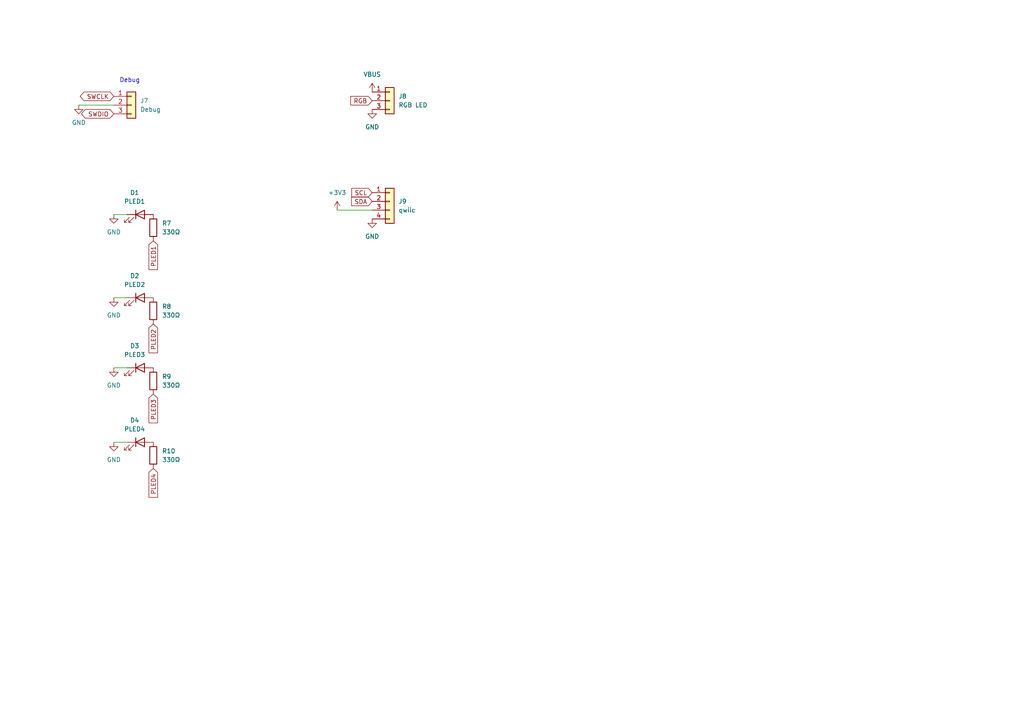
<source format=kicad_sch>
(kicad_sch (version 20211123) (generator eeschema)

  (uuid 739ea698-e807-419d-af22-25474741c262)

  (paper "A4")

  (lib_symbols
    (symbol "Connector_Generic:Conn_01x03" (pin_names (offset 1.016) hide) (in_bom yes) (on_board yes)
      (property "Reference" "J" (id 0) (at 0 5.08 0)
        (effects (font (size 1.27 1.27)))
      )
      (property "Value" "Conn_01x03" (id 1) (at 0 -5.08 0)
        (effects (font (size 1.27 1.27)))
      )
      (property "Footprint" "" (id 2) (at 0 0 0)
        (effects (font (size 1.27 1.27)) hide)
      )
      (property "Datasheet" "~" (id 3) (at 0 0 0)
        (effects (font (size 1.27 1.27)) hide)
      )
      (property "ki_keywords" "connector" (id 4) (at 0 0 0)
        (effects (font (size 1.27 1.27)) hide)
      )
      (property "ki_description" "Generic connector, single row, 01x03, script generated (kicad-library-utils/schlib/autogen/connector/)" (id 5) (at 0 0 0)
        (effects (font (size 1.27 1.27)) hide)
      )
      (property "ki_fp_filters" "Connector*:*_1x??_*" (id 6) (at 0 0 0)
        (effects (font (size 1.27 1.27)) hide)
      )
      (symbol "Conn_01x03_1_1"
        (rectangle (start -1.27 -2.413) (end 0 -2.667)
          (stroke (width 0.1524) (type default) (color 0 0 0 0))
          (fill (type none))
        )
        (rectangle (start -1.27 0.127) (end 0 -0.127)
          (stroke (width 0.1524) (type default) (color 0 0 0 0))
          (fill (type none))
        )
        (rectangle (start -1.27 2.667) (end 0 2.413)
          (stroke (width 0.1524) (type default) (color 0 0 0 0))
          (fill (type none))
        )
        (rectangle (start -1.27 3.81) (end 1.27 -3.81)
          (stroke (width 0.254) (type default) (color 0 0 0 0))
          (fill (type background))
        )
        (pin passive line (at -5.08 2.54 0) (length 3.81)
          (name "Pin_1" (effects (font (size 1.27 1.27))))
          (number "1" (effects (font (size 1.27 1.27))))
        )
        (pin passive line (at -5.08 0 0) (length 3.81)
          (name "Pin_2" (effects (font (size 1.27 1.27))))
          (number "2" (effects (font (size 1.27 1.27))))
        )
        (pin passive line (at -5.08 -2.54 0) (length 3.81)
          (name "Pin_3" (effects (font (size 1.27 1.27))))
          (number "3" (effects (font (size 1.27 1.27))))
        )
      )
    )
    (symbol "Connector_Generic:Conn_01x04" (pin_names (offset 1.016) hide) (in_bom yes) (on_board yes)
      (property "Reference" "J" (id 0) (at 0 5.08 0)
        (effects (font (size 1.27 1.27)))
      )
      (property "Value" "Conn_01x04" (id 1) (at 0 -7.62 0)
        (effects (font (size 1.27 1.27)))
      )
      (property "Footprint" "" (id 2) (at 0 0 0)
        (effects (font (size 1.27 1.27)) hide)
      )
      (property "Datasheet" "~" (id 3) (at 0 0 0)
        (effects (font (size 1.27 1.27)) hide)
      )
      (property "ki_keywords" "connector" (id 4) (at 0 0 0)
        (effects (font (size 1.27 1.27)) hide)
      )
      (property "ki_description" "Generic connector, single row, 01x04, script generated (kicad-library-utils/schlib/autogen/connector/)" (id 5) (at 0 0 0)
        (effects (font (size 1.27 1.27)) hide)
      )
      (property "ki_fp_filters" "Connector*:*_1x??_*" (id 6) (at 0 0 0)
        (effects (font (size 1.27 1.27)) hide)
      )
      (symbol "Conn_01x04_1_1"
        (rectangle (start -1.27 -4.953) (end 0 -5.207)
          (stroke (width 0.1524) (type default) (color 0 0 0 0))
          (fill (type none))
        )
        (rectangle (start -1.27 -2.413) (end 0 -2.667)
          (stroke (width 0.1524) (type default) (color 0 0 0 0))
          (fill (type none))
        )
        (rectangle (start -1.27 0.127) (end 0 -0.127)
          (stroke (width 0.1524) (type default) (color 0 0 0 0))
          (fill (type none))
        )
        (rectangle (start -1.27 2.667) (end 0 2.413)
          (stroke (width 0.1524) (type default) (color 0 0 0 0))
          (fill (type none))
        )
        (rectangle (start -1.27 3.81) (end 1.27 -6.35)
          (stroke (width 0.254) (type default) (color 0 0 0 0))
          (fill (type background))
        )
        (pin passive line (at -5.08 2.54 0) (length 3.81)
          (name "Pin_1" (effects (font (size 1.27 1.27))))
          (number "1" (effects (font (size 1.27 1.27))))
        )
        (pin passive line (at -5.08 0 0) (length 3.81)
          (name "Pin_2" (effects (font (size 1.27 1.27))))
          (number "2" (effects (font (size 1.27 1.27))))
        )
        (pin passive line (at -5.08 -2.54 0) (length 3.81)
          (name "Pin_3" (effects (font (size 1.27 1.27))))
          (number "3" (effects (font (size 1.27 1.27))))
        )
        (pin passive line (at -5.08 -5.08 0) (length 3.81)
          (name "Pin_4" (effects (font (size 1.27 1.27))))
          (number "4" (effects (font (size 1.27 1.27))))
        )
      )
    )
    (symbol "Device:LED" (pin_numbers hide) (pin_names (offset 1.016) hide) (in_bom yes) (on_board yes)
      (property "Reference" "D" (id 0) (at 0 2.54 0)
        (effects (font (size 1.27 1.27)))
      )
      (property "Value" "LED" (id 1) (at 0 -2.54 0)
        (effects (font (size 1.27 1.27)))
      )
      (property "Footprint" "" (id 2) (at 0 0 0)
        (effects (font (size 1.27 1.27)) hide)
      )
      (property "Datasheet" "~" (id 3) (at 0 0 0)
        (effects (font (size 1.27 1.27)) hide)
      )
      (property "ki_keywords" "LED diode" (id 4) (at 0 0 0)
        (effects (font (size 1.27 1.27)) hide)
      )
      (property "ki_description" "Light emitting diode" (id 5) (at 0 0 0)
        (effects (font (size 1.27 1.27)) hide)
      )
      (property "ki_fp_filters" "LED* LED_SMD:* LED_THT:*" (id 6) (at 0 0 0)
        (effects (font (size 1.27 1.27)) hide)
      )
      (symbol "LED_0_1"
        (polyline
          (pts
            (xy -1.27 -1.27)
            (xy -1.27 1.27)
          )
          (stroke (width 0.254) (type default) (color 0 0 0 0))
          (fill (type none))
        )
        (polyline
          (pts
            (xy -1.27 0)
            (xy 1.27 0)
          )
          (stroke (width 0) (type default) (color 0 0 0 0))
          (fill (type none))
        )
        (polyline
          (pts
            (xy 1.27 -1.27)
            (xy 1.27 1.27)
            (xy -1.27 0)
            (xy 1.27 -1.27)
          )
          (stroke (width 0.254) (type default) (color 0 0 0 0))
          (fill (type none))
        )
        (polyline
          (pts
            (xy -3.048 -0.762)
            (xy -4.572 -2.286)
            (xy -3.81 -2.286)
            (xy -4.572 -2.286)
            (xy -4.572 -1.524)
          )
          (stroke (width 0) (type default) (color 0 0 0 0))
          (fill (type none))
        )
        (polyline
          (pts
            (xy -1.778 -0.762)
            (xy -3.302 -2.286)
            (xy -2.54 -2.286)
            (xy -3.302 -2.286)
            (xy -3.302 -1.524)
          )
          (stroke (width 0) (type default) (color 0 0 0 0))
          (fill (type none))
        )
      )
      (symbol "LED_1_1"
        (pin passive line (at -3.81 0 0) (length 2.54)
          (name "K" (effects (font (size 1.27 1.27))))
          (number "1" (effects (font (size 1.27 1.27))))
        )
        (pin passive line (at 3.81 0 180) (length 2.54)
          (name "A" (effects (font (size 1.27 1.27))))
          (number "2" (effects (font (size 1.27 1.27))))
        )
      )
    )
    (symbol "Device:R" (pin_numbers hide) (pin_names (offset 0)) (in_bom yes) (on_board yes)
      (property "Reference" "R" (id 0) (at 2.032 0 90)
        (effects (font (size 1.27 1.27)))
      )
      (property "Value" "R" (id 1) (at 0 0 90)
        (effects (font (size 1.27 1.27)))
      )
      (property "Footprint" "" (id 2) (at -1.778 0 90)
        (effects (font (size 1.27 1.27)) hide)
      )
      (property "Datasheet" "~" (id 3) (at 0 0 0)
        (effects (font (size 1.27 1.27)) hide)
      )
      (property "ki_keywords" "R res resistor" (id 4) (at 0 0 0)
        (effects (font (size 1.27 1.27)) hide)
      )
      (property "ki_description" "Resistor" (id 5) (at 0 0 0)
        (effects (font (size 1.27 1.27)) hide)
      )
      (property "ki_fp_filters" "R_*" (id 6) (at 0 0 0)
        (effects (font (size 1.27 1.27)) hide)
      )
      (symbol "R_0_1"
        (rectangle (start -1.016 -2.54) (end 1.016 2.54)
          (stroke (width 0.254) (type default) (color 0 0 0 0))
          (fill (type none))
        )
      )
      (symbol "R_1_1"
        (pin passive line (at 0 3.81 270) (length 1.27)
          (name "~" (effects (font (size 1.27 1.27))))
          (number "1" (effects (font (size 1.27 1.27))))
        )
        (pin passive line (at 0 -3.81 90) (length 1.27)
          (name "~" (effects (font (size 1.27 1.27))))
          (number "2" (effects (font (size 1.27 1.27))))
        )
      )
    )
    (symbol "power:+3.3V" (power) (pin_names (offset 0)) (in_bom yes) (on_board yes)
      (property "Reference" "#PWR" (id 0) (at 0 -3.81 0)
        (effects (font (size 1.27 1.27)) hide)
      )
      (property "Value" "+3.3V" (id 1) (at 0 3.556 0)
        (effects (font (size 1.27 1.27)))
      )
      (property "Footprint" "" (id 2) (at 0 0 0)
        (effects (font (size 1.27 1.27)) hide)
      )
      (property "Datasheet" "" (id 3) (at 0 0 0)
        (effects (font (size 1.27 1.27)) hide)
      )
      (property "ki_keywords" "power-flag" (id 4) (at 0 0 0)
        (effects (font (size 1.27 1.27)) hide)
      )
      (property "ki_description" "Power symbol creates a global label with name \"+3.3V\"" (id 5) (at 0 0 0)
        (effects (font (size 1.27 1.27)) hide)
      )
      (symbol "+3.3V_0_1"
        (polyline
          (pts
            (xy -0.762 1.27)
            (xy 0 2.54)
          )
          (stroke (width 0) (type default) (color 0 0 0 0))
          (fill (type none))
        )
        (polyline
          (pts
            (xy 0 0)
            (xy 0 2.54)
          )
          (stroke (width 0) (type default) (color 0 0 0 0))
          (fill (type none))
        )
        (polyline
          (pts
            (xy 0 2.54)
            (xy 0.762 1.27)
          )
          (stroke (width 0) (type default) (color 0 0 0 0))
          (fill (type none))
        )
      )
      (symbol "+3.3V_1_1"
        (pin power_in line (at 0 0 90) (length 0) hide
          (name "+3V3" (effects (font (size 1.27 1.27))))
          (number "1" (effects (font (size 1.27 1.27))))
        )
      )
    )
    (symbol "power:GND" (power) (pin_names (offset 0)) (in_bom yes) (on_board yes)
      (property "Reference" "#PWR" (id 0) (at 0 -6.35 0)
        (effects (font (size 1.27 1.27)) hide)
      )
      (property "Value" "GND" (id 1) (at 0 -3.81 0)
        (effects (font (size 1.27 1.27)))
      )
      (property "Footprint" "" (id 2) (at 0 0 0)
        (effects (font (size 1.27 1.27)) hide)
      )
      (property "Datasheet" "" (id 3) (at 0 0 0)
        (effects (font (size 1.27 1.27)) hide)
      )
      (property "ki_keywords" "power-flag" (id 4) (at 0 0 0)
        (effects (font (size 1.27 1.27)) hide)
      )
      (property "ki_description" "Power symbol creates a global label with name \"GND\" , ground" (id 5) (at 0 0 0)
        (effects (font (size 1.27 1.27)) hide)
      )
      (symbol "GND_0_1"
        (polyline
          (pts
            (xy 0 0)
            (xy 0 -1.27)
            (xy 1.27 -1.27)
            (xy 0 -2.54)
            (xy -1.27 -1.27)
            (xy 0 -1.27)
          )
          (stroke (width 0) (type default) (color 0 0 0 0))
          (fill (type none))
        )
      )
      (symbol "GND_1_1"
        (pin power_in line (at 0 0 270) (length 0) hide
          (name "GND" (effects (font (size 1.27 1.27))))
          (number "1" (effects (font (size 1.27 1.27))))
        )
      )
    )
    (symbol "power:VBUS" (power) (pin_names (offset 0)) (in_bom yes) (on_board yes)
      (property "Reference" "#PWR" (id 0) (at 0 -3.81 0)
        (effects (font (size 1.27 1.27)) hide)
      )
      (property "Value" "VBUS" (id 1) (at 0 3.81 0)
        (effects (font (size 1.27 1.27)))
      )
      (property "Footprint" "" (id 2) (at 0 0 0)
        (effects (font (size 1.27 1.27)) hide)
      )
      (property "Datasheet" "" (id 3) (at 0 0 0)
        (effects (font (size 1.27 1.27)) hide)
      )
      (property "ki_keywords" "power-flag" (id 4) (at 0 0 0)
        (effects (font (size 1.27 1.27)) hide)
      )
      (property "ki_description" "Power symbol creates a global label with name \"VBUS\"" (id 5) (at 0 0 0)
        (effects (font (size 1.27 1.27)) hide)
      )
      (symbol "VBUS_0_1"
        (polyline
          (pts
            (xy -0.762 1.27)
            (xy 0 2.54)
          )
          (stroke (width 0) (type default) (color 0 0 0 0))
          (fill (type none))
        )
        (polyline
          (pts
            (xy 0 0)
            (xy 0 2.54)
          )
          (stroke (width 0) (type default) (color 0 0 0 0))
          (fill (type none))
        )
        (polyline
          (pts
            (xy 0 2.54)
            (xy 0.762 1.27)
          )
          (stroke (width 0) (type default) (color 0 0 0 0))
          (fill (type none))
        )
      )
      (symbol "VBUS_1_1"
        (pin power_in line (at 0 0 90) (length 0) hide
          (name "VBUS" (effects (font (size 1.27 1.27))))
          (number "1" (effects (font (size 1.27 1.27))))
        )
      )
    )
  )


  (wire (pts (xy 33.02 86.36) (xy 36.83 86.36))
    (stroke (width 0) (type default) (color 0 0 0 0))
    (uuid 1d78b8c6-b53c-4964-8e0d-4116eb343b78)
  )
  (wire (pts (xy 33.02 128.27) (xy 36.83 128.27))
    (stroke (width 0) (type default) (color 0 0 0 0))
    (uuid 39f29f49-5546-450f-b610-70b177df4c26)
  )
  (wire (pts (xy 22.86 30.48) (xy 33.02 30.48))
    (stroke (width 0) (type default) (color 0 0 0 0))
    (uuid 76341e1d-c7b2-4142-8535-1fc26f96ce47)
  )
  (wire (pts (xy 33.02 62.23) (xy 36.83 62.23))
    (stroke (width 0) (type default) (color 0 0 0 0))
    (uuid 9c6c6a2a-7bda-4949-95a8-41432d003045)
  )
  (wire (pts (xy 97.79 60.96) (xy 107.95 60.96))
    (stroke (width 0) (type default) (color 0 0 0 0))
    (uuid a898dcd1-72c9-4f0a-baba-f58e11969751)
  )
  (wire (pts (xy 33.02 106.68) (xy 36.83 106.68))
    (stroke (width 0) (type default) (color 0 0 0 0))
    (uuid c2f4188d-0e9e-49aa-a37e-98f8c224dbf9)
  )

  (text "Debug\n" (at 40.64 24.13 180)
    (effects (font (size 1.27 1.27)) (justify right bottom))
    (uuid 509efa7f-e63b-431d-9b8f-c37287def659)
  )

  (global_label "SWCLK" (shape bidirectional) (at 33.02 27.94 180) (fields_autoplaced)
    (effects (font (size 1.27 1.27)) (justify right))
    (uuid 0de14af0-a3ab-4d1d-aa9a-f176e8a77fb5)
    (property "Intersheet References" "${INTERSHEET_REFS}" (id 0) (at 24.3779 27.8606 0)
      (effects (font (size 1.27 1.27)) (justify right) hide)
    )
  )
  (global_label "SWDIO" (shape bidirectional) (at 33.02 33.02 180) (fields_autoplaced)
    (effects (font (size 1.27 1.27)) (justify right))
    (uuid 20f93136-7f5e-4c3d-b6a4-c8990c719add)
    (property "Intersheet References" "${INTERSHEET_REFS}" (id 0) (at 24.7407 32.9406 0)
      (effects (font (size 1.27 1.27)) (justify right) hide)
    )
  )
  (global_label "PLED2" (shape input) (at 44.45 93.98 270) (fields_autoplaced)
    (effects (font (size 1.27 1.27)) (justify right))
    (uuid 3a000d77-cb06-4979-beb6-81fad4cb01c1)
    (property "Intersheet References" "${INTERSHEET_REFS}" (id 0) (at 44.3706 102.3198 90)
      (effects (font (size 1.27 1.27)) (justify right) hide)
    )
  )
  (global_label "RGB" (shape input) (at 107.95 29.21 180) (fields_autoplaced)
    (effects (font (size 1.27 1.27)) (justify right))
    (uuid 4f84f599-c0a9-4c79-910f-486d5c074aa4)
    (property "Intersheet References" "${INTERSHEET_REFS}" (id 0) (at 101.7269 29.1306 0)
      (effects (font (size 1.27 1.27)) (justify right) hide)
    )
  )
  (global_label "SDA" (shape input) (at 107.95 58.42 180) (fields_autoplaced)
    (effects (font (size 1.27 1.27)) (justify right))
    (uuid 5a44256e-95ca-4955-831b-a38e06ad7251)
    (property "Intersheet References" "${INTERSHEET_REFS}" (id 0) (at 101.9688 58.3406 0)
      (effects (font (size 1.27 1.27)) (justify right) hide)
    )
  )
  (global_label "PLED1" (shape input) (at 44.45 69.85 270) (fields_autoplaced)
    (effects (font (size 1.27 1.27)) (justify right))
    (uuid 63083ddf-9708-471b-b2ac-cc1f1b9711fe)
    (property "Intersheet References" "${INTERSHEET_REFS}" (id 0) (at 44.3706 78.1898 90)
      (effects (font (size 1.27 1.27)) (justify right) hide)
    )
  )
  (global_label "SCL" (shape input) (at 107.95 55.88 180) (fields_autoplaced)
    (effects (font (size 1.27 1.27)) (justify right))
    (uuid 8a473a1b-13b8-4d20-9d1a-6603c2e4c1b6)
    (property "Intersheet References" "${INTERSHEET_REFS}" (id 0) (at 102.0293 55.8006 0)
      (effects (font (size 1.27 1.27)) (justify right) hide)
    )
  )
  (global_label "PLED4" (shape input) (at 44.45 135.89 270) (fields_autoplaced)
    (effects (font (size 1.27 1.27)) (justify right))
    (uuid ba189277-1f7d-4b9d-921a-1ece2a794129)
    (property "Intersheet References" "${INTERSHEET_REFS}" (id 0) (at 44.3706 144.2298 90)
      (effects (font (size 1.27 1.27)) (justify right) hide)
    )
  )
  (global_label "PLED3" (shape input) (at 44.45 114.3 270) (fields_autoplaced)
    (effects (font (size 1.27 1.27)) (justify right))
    (uuid c18d68c2-3848-4bf4-9987-cd80e241e385)
    (property "Intersheet References" "${INTERSHEET_REFS}" (id 0) (at 44.3706 122.6398 90)
      (effects (font (size 1.27 1.27)) (justify right) hide)
    )
  )

  (symbol (lib_id "power:GND") (at 22.86 30.48 0) (unit 1)
    (in_bom yes) (on_board yes) (fields_autoplaced)
    (uuid 02b865fd-fb59-4fb3-a8f7-767b091a6161)
    (property "Reference" "#PWR054" (id 0) (at 22.86 36.83 0)
      (effects (font (size 1.27 1.27)) hide)
    )
    (property "Value" "GND" (id 1) (at 22.86 35.56 0))
    (property "Footprint" "" (id 2) (at 22.86 30.48 0)
      (effects (font (size 1.27 1.27)) hide)
    )
    (property "Datasheet" "" (id 3) (at 22.86 30.48 0)
      (effects (font (size 1.27 1.27)) hide)
    )
    (pin "1" (uuid 9e5a63b3-704b-4d16-877d-f13c5ac69470))
  )

  (symbol (lib_id "Connector_Generic:Conn_01x03") (at 38.1 30.48 0) (unit 1)
    (in_bom yes) (on_board yes) (fields_autoplaced)
    (uuid 0dc95aa4-38c7-4120-8d4f-6d73c356d7c4)
    (property "Reference" "J7" (id 0) (at 40.64 29.2099 0)
      (effects (font (size 1.27 1.27)) (justify left))
    )
    (property "Value" "Debug" (id 1) (at 40.64 31.7499 0)
      (effects (font (size 1.27 1.27)) (justify left))
    )
    (property "Footprint" "Connector_PinSocket_2.54mm:PinSocket_1x03_P2.54mm_Vertical" (id 2) (at 38.1 30.48 0)
      (effects (font (size 1.27 1.27)) hide)
    )
    (property "Datasheet" "~" (id 3) (at 38.1 30.48 0)
      (effects (font (size 1.27 1.27)) hide)
    )
    (pin "1" (uuid 5c522a24-57b5-471a-9ea6-ef1366376822))
    (pin "2" (uuid dbfe92bf-d9f2-45e4-b7ce-6ed8064576e3))
    (pin "3" (uuid 0fb33e51-04e9-4b67-9637-a3a07e9b2c6b))
  )

  (symbol (lib_id "power:GND") (at 33.02 106.68 0) (unit 1)
    (in_bom yes) (on_board yes) (fields_autoplaced)
    (uuid 0e9d8251-38fa-434b-9a34-f23c9098fa29)
    (property "Reference" "#PWR057" (id 0) (at 33.02 113.03 0)
      (effects (font (size 1.27 1.27)) hide)
    )
    (property "Value" "GND" (id 1) (at 33.02 111.76 0))
    (property "Footprint" "" (id 2) (at 33.02 106.68 0)
      (effects (font (size 1.27 1.27)) hide)
    )
    (property "Datasheet" "" (id 3) (at 33.02 106.68 0)
      (effects (font (size 1.27 1.27)) hide)
    )
    (pin "1" (uuid 82983ea4-7286-44c7-a0e9-0ebb43f5c24c))
  )

  (symbol (lib_id "Device:R") (at 44.45 66.04 0) (unit 1)
    (in_bom yes) (on_board yes) (fields_autoplaced)
    (uuid 3e58ddd3-a564-442c-b963-111b360530a8)
    (property "Reference" "R7" (id 0) (at 46.99 64.7699 0)
      (effects (font (size 1.27 1.27)) (justify left))
    )
    (property "Value" "330Ω" (id 1) (at 46.99 67.3099 0)
      (effects (font (size 1.27 1.27)) (justify left))
    )
    (property "Footprint" "OpenStick:R_0805_2012Metric_Pad1.20x1.40mm_HandSolder" (id 2) (at 42.672 66.04 90)
      (effects (font (size 1.27 1.27)) hide)
    )
    (property "Datasheet" "~" (id 3) (at 44.45 66.04 0)
      (effects (font (size 1.27 1.27)) hide)
    )
    (pin "1" (uuid b878f613-646b-4928-92ce-82e4b411b761))
    (pin "2" (uuid a0d52d58-9597-458d-b9cb-7dfb22f5e291))
  )

  (symbol (lib_id "Device:R") (at 44.45 90.17 0) (unit 1)
    (in_bom yes) (on_board yes) (fields_autoplaced)
    (uuid 5356ebab-d685-417c-96e3-cb04d112840c)
    (property "Reference" "R8" (id 0) (at 46.99 88.8999 0)
      (effects (font (size 1.27 1.27)) (justify left))
    )
    (property "Value" "330Ω" (id 1) (at 46.99 91.4399 0)
      (effects (font (size 1.27 1.27)) (justify left))
    )
    (property "Footprint" "OpenStick:R_0805_2012Metric_Pad1.20x1.40mm_HandSolder" (id 2) (at 42.672 90.17 90)
      (effects (font (size 1.27 1.27)) hide)
    )
    (property "Datasheet" "~" (id 3) (at 44.45 90.17 0)
      (effects (font (size 1.27 1.27)) hide)
    )
    (pin "1" (uuid 14e49fa5-6008-4f3d-bca7-837f45425e20))
    (pin "2" (uuid 4ee8aa62-441d-49eb-8f05-a054de208509))
  )

  (symbol (lib_id "Connector_Generic:Conn_01x03") (at 113.03 29.21 0) (unit 1)
    (in_bom yes) (on_board yes) (fields_autoplaced)
    (uuid 74dbb69a-3b00-455c-b65a-4a3473a84cd5)
    (property "Reference" "J8" (id 0) (at 115.57 27.9399 0)
      (effects (font (size 1.27 1.27)) (justify left))
    )
    (property "Value" "RGB LED" (id 1) (at 115.57 30.4799 0)
      (effects (font (size 1.27 1.27)) (justify left))
    )
    (property "Footprint" "Connector_PinSocket_2.54mm:PinSocket_1x03_P2.54mm_Vertical" (id 2) (at 113.03 29.21 0)
      (effects (font (size 1.27 1.27)) hide)
    )
    (property "Datasheet" "~" (id 3) (at 113.03 29.21 0)
      (effects (font (size 1.27 1.27)) hide)
    )
    (pin "1" (uuid d64b3a3b-1d89-4443-830f-326619e91bd0))
    (pin "2" (uuid 72d3f027-5f2f-4e59-86a2-8c23fe4ca8c7))
    (pin "3" (uuid 00a79fa0-c9a6-4938-9723-2aba6589221a))
  )

  (symbol (lib_id "power:GND") (at 107.95 63.5 0) (unit 1)
    (in_bom yes) (on_board yes) (fields_autoplaced)
    (uuid 7678d937-6862-4476-89f2-3a198a5fa83c)
    (property "Reference" "#PWR062" (id 0) (at 107.95 69.85 0)
      (effects (font (size 1.27 1.27)) hide)
    )
    (property "Value" "GND" (id 1) (at 107.95 68.58 0))
    (property "Footprint" "" (id 2) (at 107.95 63.5 0)
      (effects (font (size 1.27 1.27)) hide)
    )
    (property "Datasheet" "" (id 3) (at 107.95 63.5 0)
      (effects (font (size 1.27 1.27)) hide)
    )
    (pin "1" (uuid 10c5bbed-c2c8-4fc7-a491-f079887bd224))
  )

  (symbol (lib_id "power:GND") (at 33.02 62.23 0) (unit 1)
    (in_bom yes) (on_board yes) (fields_autoplaced)
    (uuid 7ff6a516-c1b9-4327-96c2-4098f7534d65)
    (property "Reference" "#PWR055" (id 0) (at 33.02 68.58 0)
      (effects (font (size 1.27 1.27)) hide)
    )
    (property "Value" "GND" (id 1) (at 33.02 67.31 0))
    (property "Footprint" "" (id 2) (at 33.02 62.23 0)
      (effects (font (size 1.27 1.27)) hide)
    )
    (property "Datasheet" "" (id 3) (at 33.02 62.23 0)
      (effects (font (size 1.27 1.27)) hide)
    )
    (pin "1" (uuid 28622095-5794-4440-8cc7-9b100c957007))
  )

  (symbol (lib_id "power:GND") (at 107.95 31.75 0) (unit 1)
    (in_bom yes) (on_board yes) (fields_autoplaced)
    (uuid 80e96d1d-bcf9-4bc8-8675-3abcb2ed2b29)
    (property "Reference" "#PWR061" (id 0) (at 107.95 38.1 0)
      (effects (font (size 1.27 1.27)) hide)
    )
    (property "Value" "GND" (id 1) (at 107.95 36.83 0))
    (property "Footprint" "" (id 2) (at 107.95 31.75 0)
      (effects (font (size 1.27 1.27)) hide)
    )
    (property "Datasheet" "" (id 3) (at 107.95 31.75 0)
      (effects (font (size 1.27 1.27)) hide)
    )
    (pin "1" (uuid ce75a186-9194-4891-9459-13de2018bd15))
  )

  (symbol (lib_id "power:VBUS") (at 107.95 26.67 0) (unit 1)
    (in_bom yes) (on_board yes) (fields_autoplaced)
    (uuid 99f96f23-b075-4815-a203-43193a19c8d8)
    (property "Reference" "#PWR060" (id 0) (at 107.95 30.48 0)
      (effects (font (size 1.27 1.27)) hide)
    )
    (property "Value" "VBUS" (id 1) (at 107.95 21.59 0))
    (property "Footprint" "" (id 2) (at 107.95 26.67 0)
      (effects (font (size 1.27 1.27)) hide)
    )
    (property "Datasheet" "" (id 3) (at 107.95 26.67 0)
      (effects (font (size 1.27 1.27)) hide)
    )
    (pin "1" (uuid 310a95eb-346b-44d7-96b9-e600dec0add2))
  )

  (symbol (lib_id "power:GND") (at 33.02 86.36 0) (unit 1)
    (in_bom yes) (on_board yes) (fields_autoplaced)
    (uuid b87d64b7-9402-4725-bab6-f757f9c4cc9d)
    (property "Reference" "#PWR056" (id 0) (at 33.02 92.71 0)
      (effects (font (size 1.27 1.27)) hide)
    )
    (property "Value" "GND" (id 1) (at 33.02 91.44 0))
    (property "Footprint" "" (id 2) (at 33.02 86.36 0)
      (effects (font (size 1.27 1.27)) hide)
    )
    (property "Datasheet" "" (id 3) (at 33.02 86.36 0)
      (effects (font (size 1.27 1.27)) hide)
    )
    (pin "1" (uuid f41e1424-8dc7-4506-8f8d-d08b77d34510))
  )

  (symbol (lib_id "Device:LED") (at 40.64 106.68 0) (unit 1)
    (in_bom yes) (on_board yes) (fields_autoplaced)
    (uuid bdbf3d09-e169-448c-a378-fe368842cc4b)
    (property "Reference" "D3" (id 0) (at 39.0525 100.33 0))
    (property "Value" "PLED3" (id 1) (at 39.0525 102.87 0))
    (property "Footprint" "OpenStick:LED_0805_2012Metric_Pad1.15x1.40mm_HandSolder" (id 2) (at 40.64 106.68 0)
      (effects (font (size 1.27 1.27)) hide)
    )
    (property "Datasheet" "~" (id 3) (at 40.64 106.68 0)
      (effects (font (size 1.27 1.27)) hide)
    )
    (pin "1" (uuid 22b2f898-9549-441d-ac4a-b0a4b384944c))
    (pin "2" (uuid 86539766-d338-4eb3-9fc7-4ec0e6396c6b))
  )

  (symbol (lib_id "Device:LED") (at 40.64 62.23 0) (unit 1)
    (in_bom yes) (on_board yes) (fields_autoplaced)
    (uuid ce9214fa-c3b8-47f3-91b4-9effd5e846ba)
    (property "Reference" "D1" (id 0) (at 39.0525 55.88 0))
    (property "Value" "PLED1" (id 1) (at 39.0525 58.42 0))
    (property "Footprint" "OpenStick:LED_0805_2012Metric_Pad1.15x1.40mm_HandSolder" (id 2) (at 40.64 62.23 0)
      (effects (font (size 1.27 1.27)) hide)
    )
    (property "Datasheet" "~" (id 3) (at 40.64 62.23 0)
      (effects (font (size 1.27 1.27)) hide)
    )
    (pin "1" (uuid 652da647-1770-4b7a-ad1d-086d4d7bd0fc))
    (pin "2" (uuid 821ea153-c685-45ae-a738-0d9dc8cfdb6b))
  )

  (symbol (lib_id "Connector_Generic:Conn_01x04") (at 113.03 58.42 0) (unit 1)
    (in_bom yes) (on_board yes) (fields_autoplaced)
    (uuid d27c8b3c-86bc-43ee-ae73-6012bd8f8477)
    (property "Reference" "J9" (id 0) (at 115.57 58.4199 0)
      (effects (font (size 1.27 1.27)) (justify left))
    )
    (property "Value" "qwiic" (id 1) (at 115.57 60.9599 0)
      (effects (font (size 1.27 1.27)) (justify left))
    )
    (property "Footprint" "Connector_JST:JST_SH_SM04B-SRSS-TB_1x04-1MP_P1.00mm_Horizontal" (id 2) (at 113.03 58.42 0)
      (effects (font (size 1.27 1.27)) hide)
    )
    (property "Datasheet" "~" (id 3) (at 113.03 58.42 0)
      (effects (font (size 1.27 1.27)) hide)
    )
    (pin "1" (uuid 894917e1-6a0b-4c06-a544-4f1ff439de8f))
    (pin "2" (uuid 9f261867-7abc-4c22-8e9a-c0d2a6fe3861))
    (pin "3" (uuid a01f60fd-066d-4f31-9449-4088705a9d4c))
    (pin "4" (uuid 9c90e4f8-92a3-41ba-811b-cdb4be0e4b51))
  )

  (symbol (lib_id "Device:R") (at 44.45 132.08 0) (unit 1)
    (in_bom yes) (on_board yes) (fields_autoplaced)
    (uuid d4688ac0-8bc6-43a6-b21f-1a6422e432f2)
    (property "Reference" "R10" (id 0) (at 46.99 130.8099 0)
      (effects (font (size 1.27 1.27)) (justify left))
    )
    (property "Value" "330Ω" (id 1) (at 46.99 133.3499 0)
      (effects (font (size 1.27 1.27)) (justify left))
    )
    (property "Footprint" "OpenStick:R_0805_2012Metric_Pad1.20x1.40mm_HandSolder" (id 2) (at 42.672 132.08 90)
      (effects (font (size 1.27 1.27)) hide)
    )
    (property "Datasheet" "~" (id 3) (at 44.45 132.08 0)
      (effects (font (size 1.27 1.27)) hide)
    )
    (pin "1" (uuid a129f550-65b3-4657-b311-970d6fb03c8e))
    (pin "2" (uuid d43125f0-8025-4584-ab94-556e4c994afb))
  )

  (symbol (lib_id "Device:R") (at 44.45 110.49 0) (unit 1)
    (in_bom yes) (on_board yes) (fields_autoplaced)
    (uuid dad063af-c87f-4f5c-aa76-dcc36abec776)
    (property "Reference" "R9" (id 0) (at 46.99 109.2199 0)
      (effects (font (size 1.27 1.27)) (justify left))
    )
    (property "Value" "330Ω" (id 1) (at 46.99 111.7599 0)
      (effects (font (size 1.27 1.27)) (justify left))
    )
    (property "Footprint" "OpenStick:R_0805_2012Metric_Pad1.20x1.40mm_HandSolder" (id 2) (at 42.672 110.49 90)
      (effects (font (size 1.27 1.27)) hide)
    )
    (property "Datasheet" "~" (id 3) (at 44.45 110.49 0)
      (effects (font (size 1.27 1.27)) hide)
    )
    (pin "1" (uuid 691ded32-486c-45ee-917c-3db2ec9ddbd8))
    (pin "2" (uuid 9434cded-1a37-46c6-941f-76ba5063636f))
  )

  (symbol (lib_id "power:GND") (at 33.02 128.27 0) (unit 1)
    (in_bom yes) (on_board yes) (fields_autoplaced)
    (uuid dd3f31e4-5eb2-4682-964d-631824ea684a)
    (property "Reference" "#PWR058" (id 0) (at 33.02 134.62 0)
      (effects (font (size 1.27 1.27)) hide)
    )
    (property "Value" "GND" (id 1) (at 33.02 133.35 0))
    (property "Footprint" "" (id 2) (at 33.02 128.27 0)
      (effects (font (size 1.27 1.27)) hide)
    )
    (property "Datasheet" "" (id 3) (at 33.02 128.27 0)
      (effects (font (size 1.27 1.27)) hide)
    )
    (pin "1" (uuid ebaae9df-03d7-45c1-ada4-87a51953a490))
  )

  (symbol (lib_id "power:+3.3V") (at 97.79 60.96 0) (unit 1)
    (in_bom yes) (on_board yes) (fields_autoplaced)
    (uuid e1500f82-57b7-4749-ba21-920dac301b3e)
    (property "Reference" "#PWR059" (id 0) (at 97.79 64.77 0)
      (effects (font (size 1.27 1.27)) hide)
    )
    (property "Value" "+3.3V" (id 1) (at 97.79 55.88 0))
    (property "Footprint" "" (id 2) (at 97.79 60.96 0)
      (effects (font (size 1.27 1.27)) hide)
    )
    (property "Datasheet" "" (id 3) (at 97.79 60.96 0)
      (effects (font (size 1.27 1.27)) hide)
    )
    (pin "1" (uuid cb35ae46-1c0b-4bb2-a0e7-07f6b47d57ff))
  )

  (symbol (lib_id "Device:LED") (at 40.64 128.27 0) (unit 1)
    (in_bom yes) (on_board yes) (fields_autoplaced)
    (uuid e33985e2-3902-4700-bdb1-dfb37cb02364)
    (property "Reference" "D4" (id 0) (at 39.0525 121.92 0))
    (property "Value" "PLED4" (id 1) (at 39.0525 124.46 0))
    (property "Footprint" "OpenStick:LED_0805_2012Metric_Pad1.15x1.40mm_HandSolder" (id 2) (at 40.64 128.27 0)
      (effects (font (size 1.27 1.27)) hide)
    )
    (property "Datasheet" "~" (id 3) (at 40.64 128.27 0)
      (effects (font (size 1.27 1.27)) hide)
    )
    (pin "1" (uuid 927c9e20-5e4e-41b8-b852-b81e2b420cf8))
    (pin "2" (uuid 2c6f1215-277b-4121-8e4b-c88cf6d63d11))
  )

  (symbol (lib_id "Device:LED") (at 40.64 86.36 0) (unit 1)
    (in_bom yes) (on_board yes) (fields_autoplaced)
    (uuid ec44498e-2e74-40be-896c-0fb40f271dbf)
    (property "Reference" "D2" (id 0) (at 39.0525 80.01 0))
    (property "Value" "PLED2" (id 1) (at 39.0525 82.55 0))
    (property "Footprint" "OpenStick:LED_0805_2012Metric_Pad1.15x1.40mm_HandSolder" (id 2) (at 40.64 86.36 0)
      (effects (font (size 1.27 1.27)) hide)
    )
    (property "Datasheet" "~" (id 3) (at 40.64 86.36 0)
      (effects (font (size 1.27 1.27)) hide)
    )
    (pin "1" (uuid d8455792-caee-4056-becc-5c4819c201d2))
    (pin "2" (uuid a901f696-09fd-4d80-808f-271ae8237023))
  )
)

</source>
